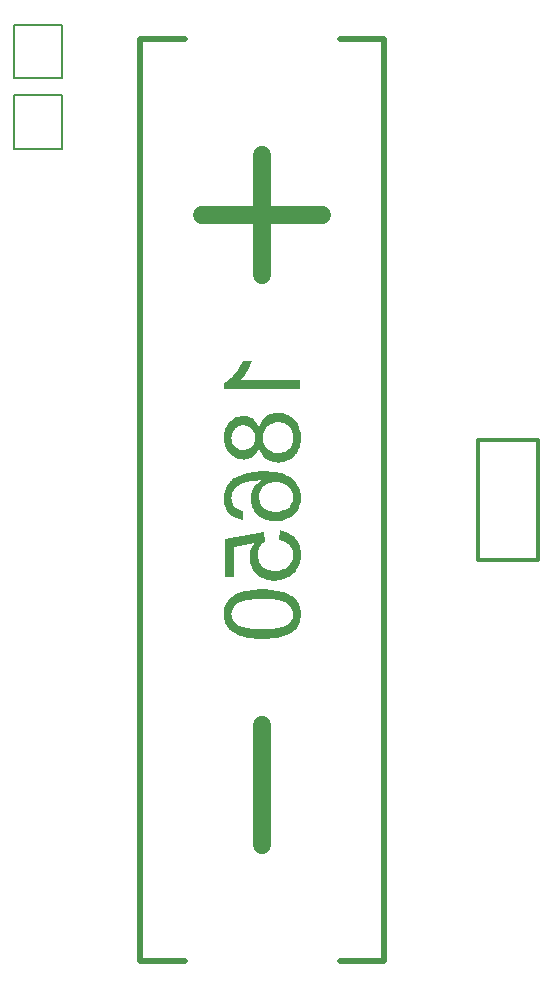
<source format=gbr>
%TF.GenerationSoftware,Altium Limited,Altium Designer,22.5.1 (42)*%
G04 Layer_Color=32896*
%FSLAX45Y45*%
%MOMM*%
%TF.SameCoordinates,B0F14D10-A82B-43C6-BF60-515EF57ECD05*%
%TF.FilePolarity,Positive*%
%TF.FileFunction,Legend,Bot*%
%TF.Part,Single*%
G01*
G75*
%TA.AperFunction,NonConductor*%
%ADD115C,0.30000*%
%ADD116C,1.50000*%
%ADD117C,0.50000*%
%ADD118C,0.20000*%
G36*
X-95811Y1161450D02*
X-102291Y1147562D01*
X-108772Y1133675D01*
X-115253Y1120713D01*
X-120808Y1109603D01*
X-125437Y1100345D01*
X-129140Y1094790D01*
X-130066Y1093864D01*
Y1092938D01*
X-140250Y1076273D01*
X-150435Y1061460D01*
X-159693Y1048499D01*
X-168025Y1038314D01*
X-174506Y1029056D01*
X-180061Y1023501D01*
X-183764Y1018872D01*
X-184690Y1017946D01*
X316184D01*
Y939251D01*
X-327268D01*
Y990171D01*
X-311529Y999430D01*
X-296716Y1009614D01*
X-281902Y1021649D01*
X-268941Y1032759D01*
X-257831Y1043869D01*
X-248573Y1052202D01*
X-245795Y1055905D01*
X-243018Y1058683D01*
X-242092Y1059608D01*
X-241166Y1060534D01*
X-225427Y1079977D01*
X-210613Y1099419D01*
X-197652Y1117936D01*
X-187468Y1136452D01*
X-178209Y1152191D01*
X-174506Y1158672D01*
X-171729Y1164227D01*
X-168951Y1168856D01*
X-168025Y1172560D01*
X-166174Y1174411D01*
Y1175337D01*
X-90256D01*
X-95811Y1161450D01*
D02*
G37*
G36*
X146757Y737420D02*
X161570Y735568D01*
X175458Y732791D01*
X189345Y729087D01*
X212491Y719829D01*
X223601Y715200D01*
X232859Y709645D01*
X242117Y704090D01*
X249524Y699461D01*
X256005Y693906D01*
X261560Y690202D01*
X266189Y686499D01*
X268966Y683722D01*
X270818Y681870D01*
X271744Y680944D01*
X281928Y669834D01*
X290261Y657798D01*
X297667Y644837D01*
X304148Y631875D01*
X308777Y619839D01*
X313406Y606878D01*
X319887Y581880D01*
X322665Y570770D01*
X324516Y560586D01*
X325442Y551328D01*
X326368Y542995D01*
X327294Y536515D01*
Y527256D01*
X326368Y509665D01*
X324516Y493926D01*
X321739Y478187D01*
X318961Y463374D01*
X314332Y450412D01*
X309703Y437451D01*
X305074Y425415D01*
X299519Y415231D01*
X293964Y405973D01*
X289335Y397640D01*
X284706Y391159D01*
X280076Y384678D01*
X277299Y380049D01*
X274521Y377272D01*
X272670Y375420D01*
X271744Y374494D01*
X260634Y364310D01*
X249524Y355052D01*
X238414Y347645D01*
X226378Y341164D01*
X215268Y334684D01*
X203233Y330054D01*
X181938Y323574D01*
X171754Y320796D01*
X162496Y318944D01*
X154164Y318019D01*
X147683Y317093D01*
X142128Y316167D01*
X137499D01*
X134721D01*
X133795D01*
X112501Y317093D01*
X93059Y320796D01*
X75468Y326351D01*
X60655Y331906D01*
X48619Y337461D01*
X39361Y343016D01*
X33806Y346719D01*
X32880Y347645D01*
X31954D01*
X17141Y360607D01*
X4179Y374494D01*
X-6005Y389308D01*
X-15263Y403195D01*
X-21744Y416157D01*
X-26373Y427267D01*
X-28225Y430970D01*
X-29151Y433747D01*
X-30077Y435599D01*
Y436525D01*
X-37483Y419860D01*
X-45816Y405973D01*
X-54148Y393937D01*
X-62481Y383753D01*
X-69887Y376346D01*
X-75442Y370791D01*
X-79146Y367088D01*
X-80997Y366162D01*
X-93959Y357829D01*
X-106921Y352274D01*
X-119882Y347645D01*
X-132844Y344868D01*
X-143028Y343016D01*
X-151360Y342090D01*
X-156915D01*
X-157841D01*
X-158767D01*
X-171729Y343016D01*
X-183764Y343942D01*
X-206910Y350423D01*
X-227278Y358755D01*
X-244869Y368013D01*
X-258757Y377272D01*
X-264312Y381901D01*
X-269867Y385604D01*
X-273570Y389308D01*
X-276347Y392085D01*
X-277273Y393011D01*
X-278199Y393937D01*
X-286532Y404121D01*
X-294864Y414305D01*
X-301345Y425415D01*
X-306900Y436525D01*
X-315232Y458745D01*
X-320787Y480965D01*
X-323565Y490223D01*
X-324491Y499481D01*
X-325416Y507814D01*
X-326342Y515220D01*
X-327268Y520775D01*
Y529108D01*
X-326342Y543921D01*
X-325416Y558734D01*
X-319861Y584658D01*
X-316158Y596693D01*
X-312455Y607803D01*
X-307826Y617988D01*
X-303196Y627246D01*
X-298567Y634653D01*
X-293938Y642059D01*
X-290235Y648540D01*
X-286532Y653169D01*
X-283754Y656872D01*
X-280977Y659650D01*
X-280051Y661502D01*
X-279125Y662427D01*
X-269867Y670760D01*
X-260608Y679092D01*
X-250424Y685573D01*
X-240240Y691128D01*
X-220798Y700386D01*
X-202281Y705941D01*
X-186542Y709645D01*
X-179135Y710571D01*
X-173580Y711496D01*
X-168025Y712422D01*
X-164322D01*
X-162470D01*
X-161545D01*
X-144880Y711496D01*
X-129140Y708719D01*
X-115253Y705016D01*
X-103217Y700386D01*
X-93959Y696683D01*
X-86552Y692980D01*
X-82849Y690202D01*
X-80997Y689276D01*
X-69887Y679092D01*
X-59703Y667982D01*
X-50445Y655947D01*
X-43038Y643911D01*
X-37483Y632801D01*
X-33780Y624468D01*
X-31928Y620765D01*
X-31002Y617988D01*
X-30077Y617062D01*
Y616136D01*
X-23596Y637430D01*
X-15263Y655021D01*
X-5079Y670760D01*
X4179Y683722D01*
X13437Y693906D01*
X20844Y701312D01*
X25473Y705016D01*
X26399Y706867D01*
X27325D01*
X43990Y717051D01*
X61581Y725384D01*
X78245Y730939D01*
X94910Y734642D01*
X109724Y736494D01*
X116204Y737420D01*
X121759D01*
X125463Y738345D01*
X129166D01*
X131018D01*
X131944D01*
X146757Y737420D01*
D02*
G37*
G36*
X46767Y242101D02*
X74542Y240249D01*
X100465Y237471D01*
X124537Y232842D01*
X145831Y228213D01*
X165273Y223584D01*
X182864Y218029D01*
X198603Y211548D01*
X211565Y205993D01*
X223601Y200438D01*
X232859Y195809D01*
X241192Y190254D01*
X247672Y186551D01*
X251376Y183773D01*
X254153Y181922D01*
X255079Y180996D01*
X268041Y168960D01*
X279151Y155998D01*
X288409Y143037D01*
X296741Y130075D01*
X304148Y116188D01*
X309703Y103226D01*
X314332Y90264D01*
X318035Y77303D01*
X320813Y66193D01*
X323590Y55083D01*
X325442Y45825D01*
X326368Y37492D01*
Y30086D01*
X327294Y25456D01*
Y20827D01*
X326368Y-467D01*
X322665Y-19909D01*
X318961Y-37500D01*
X313406Y-53239D01*
X308777Y-65275D01*
X304148Y-74533D01*
X303222Y-78237D01*
X301370Y-81014D01*
X300445Y-81940D01*
Y-82866D01*
X289335Y-98605D01*
X276373Y-113418D01*
X263411Y-125454D01*
X250450Y-135638D01*
X238414Y-143971D01*
X229156Y-149525D01*
X225452Y-151377D01*
X222675Y-153229D01*
X221749Y-154155D01*
X220823D01*
X201381Y-163413D01*
X181013Y-169894D01*
X162496Y-174523D01*
X144905Y-177300D01*
X130092Y-180078D01*
X124537D01*
X118982Y-181004D01*
X114353D01*
X111575D01*
X109724D01*
X108798D01*
X92133Y-180078D01*
X76394Y-178226D01*
X60655Y-175449D01*
X46767Y-172671D01*
X33806Y-168042D01*
X20844Y-163413D01*
X9734Y-158784D01*
X-450Y-153229D01*
X-9708Y-147674D01*
X-18041Y-143045D01*
X-24522Y-138416D01*
X-31002Y-133786D01*
X-35632Y-131009D01*
X-38409Y-128231D01*
X-40261Y-126380D01*
X-41187Y-125454D01*
X-51371Y-115270D01*
X-60629Y-104160D01*
X-68036Y-92124D01*
X-74516Y-81014D01*
X-80997Y-69904D01*
X-85626Y-58794D01*
X-92107Y-37500D01*
X-94885Y-28242D01*
X-96736Y-18983D01*
X-97662Y-11577D01*
X-98588Y-4170D01*
X-99514Y1385D01*
Y8791D01*
X-98588Y25456D01*
X-95811Y41195D01*
X-93033Y56009D01*
X-89330Y68970D01*
X-84701Y80080D01*
X-81923Y88413D01*
X-79146Y93968D01*
X-78220Y94894D01*
Y95819D01*
X-68962Y110633D01*
X-58777Y123594D01*
X-48593Y135630D01*
X-37483Y144888D01*
X-28225Y153221D01*
X-20818Y159702D01*
X-15263Y163405D01*
X-14338Y164331D01*
X-31002D01*
X-47667Y163405D01*
X-62481Y162479D01*
X-77294Y160628D01*
X-90256Y159702D01*
X-102291Y157850D01*
X-113401Y155998D01*
X-123585Y153221D01*
X-132844Y151369D01*
X-140250Y149518D01*
X-146731Y147666D01*
X-152286Y146740D01*
X-155990Y144888D01*
X-158767Y143963D01*
X-160619Y143037D01*
X-161545D01*
X-180061Y133778D01*
X-196726Y124520D01*
X-209688Y114336D01*
X-220798Y105078D01*
X-230056Y96745D01*
X-236537Y90264D01*
X-240240Y85635D01*
X-241166Y83784D01*
X-248573Y72674D01*
X-253202Y61564D01*
X-256905Y50454D01*
X-259682Y39344D01*
X-261534Y31011D01*
X-262460Y23605D01*
Y17124D01*
X-260608Y459D01*
X-256905Y-15280D01*
X-251350Y-28242D01*
X-245795Y-40278D01*
X-239314Y-49536D01*
X-233759Y-56017D01*
X-230056Y-59720D01*
X-228204Y-61572D01*
X-219872Y-68052D01*
X-209688Y-74533D01*
X-198578Y-80088D01*
X-187468Y-83792D01*
X-177284Y-87495D01*
X-168951Y-90272D01*
X-163396Y-91198D01*
X-162470Y-92124D01*
X-161545D01*
X-168025Y-170820D01*
X-193949Y-165265D01*
X-217094Y-156932D01*
X-237463Y-147674D01*
X-254128Y-137490D01*
X-267089Y-127306D01*
X-272644Y-123602D01*
X-277273Y-118973D01*
X-280051Y-116196D01*
X-282828Y-113418D01*
X-283754Y-112492D01*
X-284680Y-111566D01*
X-292087Y-102308D01*
X-298567Y-92124D01*
X-309677Y-71756D01*
X-317084Y-51388D01*
X-321713Y-31945D01*
X-325416Y-14354D01*
X-326342Y-6948D01*
Y-467D01*
X-327268Y5088D01*
Y12495D01*
X-326342Y31011D01*
X-324491Y48602D01*
X-320787Y65267D01*
X-316158Y81006D01*
X-309677Y94894D01*
X-304122Y108781D01*
X-296716Y120817D01*
X-290235Y131927D01*
X-283754Y141185D01*
X-276347Y150443D01*
X-270792Y157850D01*
X-265237Y163405D01*
X-259682Y168034D01*
X-255979Y171738D01*
X-254128Y173589D01*
X-253202Y174515D01*
X-236537Y186551D01*
X-217094Y196735D01*
X-196726Y205993D01*
X-175432Y214326D01*
X-153212Y220807D01*
X-130992Y226361D01*
X-107846Y230991D01*
X-86552Y234694D01*
X-65258Y237471D01*
X-45816Y239323D01*
X-28225Y241175D01*
X-13412Y242101D01*
X-450D01*
X8808Y243026D01*
X12512D01*
X15289D01*
X16215D01*
X17141D01*
X46767Y242101D01*
D02*
G37*
G36*
X163422Y-260625D02*
X177309Y-263403D01*
X203233Y-271735D01*
X225452Y-281919D01*
X235637Y-287474D01*
X243969Y-293029D01*
X252302Y-297658D01*
X259708Y-303213D01*
X265263Y-307842D01*
X269892Y-312472D01*
X273596Y-316175D01*
X277299Y-318027D01*
X278225Y-319878D01*
X279151Y-320804D01*
X287483Y-331914D01*
X294890Y-343024D01*
X301370Y-355060D01*
X306925Y-367096D01*
X315258Y-390241D01*
X320813Y-413387D01*
X323590Y-423571D01*
X324516Y-433755D01*
X325442Y-442088D01*
X326368Y-449494D01*
X327294Y-455975D01*
Y-464308D01*
X326368Y-483750D01*
X323590Y-502267D01*
X319887Y-519857D01*
X315258Y-535597D01*
X308777Y-550410D01*
X302296Y-564297D01*
X295816Y-577259D01*
X288409Y-588369D01*
X281002Y-598553D01*
X274521Y-607811D01*
X267115Y-615218D01*
X261560Y-621699D01*
X256931Y-626328D01*
X253227Y-630031D01*
X250450Y-631883D01*
X249524Y-632809D01*
X237488Y-642067D01*
X224527Y-649474D01*
X212491Y-656880D01*
X199529Y-662435D01*
X174532Y-671694D01*
X150460Y-677249D01*
X140276Y-679100D01*
X130092Y-680952D01*
X121759Y-681878D01*
X114353Y-682804D01*
X107872Y-683729D01*
X103243D01*
X100465D01*
X99540D01*
X82875Y-682804D01*
X67136Y-680952D01*
X51396Y-678174D01*
X37509Y-674471D01*
X24547Y-669842D01*
X11586Y-665213D01*
X476Y-659658D01*
X-9708Y-655029D01*
X-18967Y-649474D01*
X-27299Y-643919D01*
X-33780Y-639290D01*
X-40261Y-634660D01*
X-44890Y-630957D01*
X-47667Y-628180D01*
X-49519Y-626328D01*
X-50445Y-625402D01*
X-60629Y-614292D01*
X-69887Y-603182D01*
X-77294Y-591146D01*
X-83775Y-579111D01*
X-90256Y-567075D01*
X-94885Y-555039D01*
X-101366Y-532819D01*
X-104143Y-522635D01*
X-105995Y-513377D01*
X-106921Y-505044D01*
X-107846Y-497638D01*
X-108772Y-492083D01*
Y-471714D01*
X-106921Y-460604D01*
X-102291Y-438384D01*
X-95811Y-418016D01*
X-88404Y-399500D01*
X-80997Y-384686D01*
X-77294Y-378205D01*
X-74516Y-372651D01*
X-71739Y-368021D01*
X-69887Y-365244D01*
X-68962Y-363392D01*
X-68036Y-362466D01*
X-241166Y-396722D01*
Y-653177D01*
X-316158D01*
Y-334691D01*
X13437Y-272661D01*
X23621Y-346727D01*
X13437Y-353208D01*
X5105Y-361541D01*
X-3228Y-368947D01*
X-9708Y-376354D01*
X-14338Y-383760D01*
X-18967Y-389315D01*
X-20818Y-393019D01*
X-21744Y-393945D01*
X-27299Y-405980D01*
X-31928Y-418016D01*
X-34706Y-429126D01*
X-37483Y-440236D01*
X-38409Y-449494D01*
X-39335Y-456901D01*
Y-474492D01*
X-37483Y-485602D01*
X-32854Y-505044D01*
X-26373Y-521709D01*
X-19893Y-536522D01*
X-12486Y-547632D01*
X-6005Y-555965D01*
X-1376Y-560594D01*
X-450Y-562446D01*
X476D01*
X16215Y-575407D01*
X32880Y-584666D01*
X50471Y-591146D01*
X68061Y-595776D01*
X82875Y-598553D01*
X89355Y-599479D01*
X94910D01*
X99540Y-600405D01*
X103243D01*
X105095D01*
X106020D01*
X118982D01*
X131018Y-598553D01*
X154164Y-593924D01*
X173606Y-587443D01*
X189345Y-580962D01*
X202307Y-573556D01*
X212491Y-567075D01*
X215268Y-564297D01*
X218046Y-562446D01*
X218972Y-561520D01*
X219897Y-560594D01*
X227304Y-553187D01*
X233785Y-545781D01*
X244895Y-529116D01*
X252302Y-513377D01*
X256931Y-497638D01*
X260634Y-484676D01*
X261560Y-473566D01*
X262486Y-469863D01*
Y-464308D01*
X261560Y-446717D01*
X257856Y-430978D01*
X253227Y-417090D01*
X247672Y-405980D01*
X242117Y-395796D01*
X237488Y-388390D01*
X233785Y-384686D01*
X232859Y-382835D01*
X219897Y-371725D01*
X206010Y-362466D01*
X190271Y-355060D01*
X176383Y-349505D01*
X162496Y-345801D01*
X152312Y-343024D01*
X147683Y-342098D01*
X144905Y-341172D01*
X143054D01*
X142128D01*
X148609Y-258773D01*
X163422Y-260625D01*
D02*
G37*
G36*
X32880Y-757796D02*
X63432Y-759647D01*
X91207Y-762425D01*
X117130Y-767054D01*
X141202Y-771683D01*
X162496Y-777238D01*
X181938Y-782793D01*
X198603Y-788348D01*
X213417Y-793903D01*
X226378Y-800384D01*
X237488Y-805013D01*
X245821Y-809642D01*
X253227Y-814271D01*
X257856Y-817049D01*
X260634Y-818901D01*
X261560Y-819826D01*
X272670Y-830011D01*
X282854Y-841120D01*
X292112Y-853156D01*
X299519Y-865192D01*
X306000Y-877228D01*
X311555Y-889264D01*
X315258Y-901299D01*
X318961Y-912409D01*
X321739Y-923519D01*
X323590Y-933703D01*
X325442Y-942962D01*
X326368Y-950368D01*
X327294Y-956849D01*
Y-966108D01*
X325442Y-991105D01*
X321739Y-1014251D01*
X315258Y-1033693D01*
X308777Y-1050358D01*
X302296Y-1064246D01*
X298593Y-1068875D01*
X295816Y-1073504D01*
X293964Y-1077207D01*
X292112Y-1079985D01*
X290261Y-1080910D01*
Y-1081836D01*
X274521Y-1098501D01*
X257856Y-1112389D01*
X239340Y-1124424D01*
X222675Y-1133683D01*
X206936Y-1141089D01*
X200455Y-1144793D01*
X193974Y-1146644D01*
X189345Y-1148496D01*
X185642Y-1150348D01*
X183790Y-1151274D01*
X182864D01*
X168977Y-1155903D01*
X155089Y-1159606D01*
X125463Y-1165161D01*
X94910Y-1169790D01*
X65284Y-1172568D01*
X52322Y-1173493D01*
X40286Y-1174419D01*
X29176D01*
X18992Y-1175345D01*
X11586D01*
X5105D01*
X1402D01*
X476D01*
X-17115D01*
X-33780Y-1174419D01*
X-48593D01*
X-63407Y-1173493D01*
X-76368Y-1171642D01*
X-89330Y-1170716D01*
X-100440Y-1169790D01*
X-110624Y-1167938D01*
X-119882Y-1167013D01*
X-128215Y-1165161D01*
X-134695Y-1164235D01*
X-140250Y-1163309D01*
X-144880Y-1162384D01*
X-147657Y-1161458D01*
X-149509Y-1160532D01*
X-150435D01*
X-170803Y-1154977D01*
X-189319Y-1148496D01*
X-205059Y-1141089D01*
X-218946Y-1135534D01*
X-230982Y-1129054D01*
X-239314Y-1125350D01*
X-243943Y-1121647D01*
X-245795Y-1120721D01*
X-259682Y-1110537D01*
X-271718Y-1100353D01*
X-281902Y-1089243D01*
X-291161Y-1079059D01*
X-297642Y-1069801D01*
X-302271Y-1062394D01*
X-305048Y-1057765D01*
X-305974Y-1056839D01*
Y-1055913D01*
X-313381Y-1041100D01*
X-318010Y-1025361D01*
X-321713Y-1010547D01*
X-324491Y-996660D01*
X-326342Y-984624D01*
X-327268Y-974440D01*
Y-966108D01*
X-325416Y-941110D01*
X-321713Y-917964D01*
X-315232Y-898522D01*
X-308751Y-881857D01*
X-301345Y-867970D01*
X-298567Y-862415D01*
X-294864Y-857785D01*
X-293012Y-854082D01*
X-291161Y-851305D01*
X-289309Y-850379D01*
Y-849453D01*
X-274496Y-832788D01*
X-256905Y-818901D01*
X-239314Y-806865D01*
X-222649Y-797606D01*
X-206910Y-790200D01*
X-200429Y-786497D01*
X-193949Y-784645D01*
X-189319Y-782793D01*
X-185616Y-780942D01*
X-183764Y-780016D01*
X-182839D01*
X-168951Y-776312D01*
X-155064Y-772609D01*
X-124511Y-767054D01*
X-93959Y-762425D01*
X-65258Y-759647D01*
X-51371Y-758722D01*
X-39335Y-757796D01*
X-28225D01*
X-18041Y-756870D01*
X-10634D01*
X-4153D01*
X-450D01*
X476D01*
X32880Y-757796D01*
D02*
G37*
%LPC*%
G36*
X-161545Y631875D02*
X-162470D01*
X-163396D01*
X-178209Y630949D01*
X-191171Y627246D01*
X-203207Y622617D01*
X-213391Y617062D01*
X-221723Y612433D01*
X-228204Y607803D01*
X-231908Y604100D01*
X-232833Y603174D01*
X-243018Y591139D01*
X-250424Y579103D01*
X-255053Y566141D01*
X-258757Y554105D01*
X-260608Y542995D01*
X-262460Y534663D01*
Y527256D01*
X-261534Y511517D01*
X-257831Y496704D01*
X-253202Y484668D01*
X-247647Y473558D01*
X-242092Y465226D01*
X-237463Y458745D01*
X-233759Y454116D01*
X-232833Y453190D01*
X-220798Y443006D01*
X-208762Y435599D01*
X-196726Y430044D01*
X-185616Y426341D01*
X-175432Y424489D01*
X-167099Y422637D01*
X-161545D01*
X-160619D01*
X-159693D01*
X-144880Y423563D01*
X-130992Y427267D01*
X-118956Y431896D01*
X-108772Y437451D01*
X-100440Y443006D01*
X-94885Y447635D01*
X-90256Y451338D01*
X-89330Y452264D01*
X-80071Y463374D01*
X-72665Y476336D01*
X-68036Y488371D01*
X-64332Y500407D01*
X-62481Y511517D01*
X-61555Y519850D01*
X-60629Y525405D01*
Y527256D01*
X-61555Y543921D01*
X-65258Y558734D01*
X-69887Y571696D01*
X-75442Y582806D01*
X-80071Y591139D01*
X-84701Y597619D01*
X-88404Y602248D01*
X-89330Y603174D01*
X-100440Y612433D01*
X-113401Y619839D01*
X-125437Y624468D01*
X-137473Y628172D01*
X-147657Y630023D01*
X-155990Y630949D01*
X-161545Y631875D01*
D02*
G37*
G36*
X137499Y657798D02*
X133795D01*
X131944D01*
X112501Y655947D01*
X94910Y652243D01*
X79171Y646688D01*
X65284Y639282D01*
X55100Y632801D01*
X46767Y627246D01*
X42138Y623543D01*
X40286Y621691D01*
X28251Y607803D01*
X18992Y592064D01*
X12512Y577251D01*
X7882Y562438D01*
X5105Y549476D01*
X4179Y539292D01*
X3253Y535589D01*
Y530034D01*
X5105Y509665D01*
X8808Y491149D01*
X15289Y474484D01*
X21770Y460596D01*
X29176Y449487D01*
X35657Y441154D01*
X39361Y436525D01*
X41212Y434673D01*
X56026Y421712D01*
X71765Y412453D01*
X87504Y405973D01*
X101391Y401343D01*
X115279Y398566D01*
X125463Y397640D01*
X129166Y396714D01*
X131944D01*
X133795D01*
X134721D01*
X154164Y398566D01*
X172680Y402269D01*
X188419Y408750D01*
X201381Y415231D01*
X211565Y421712D01*
X219897Y428192D01*
X224527Y431896D01*
X226378Y433747D01*
X238414Y448561D01*
X247672Y463374D01*
X253227Y479113D01*
X257856Y493926D01*
X260634Y506888D01*
X261560Y517998D01*
X262486Y521701D01*
Y527256D01*
X261560Y540218D01*
X259708Y553179D01*
X256931Y565215D01*
X254153Y575399D01*
X251376Y583732D01*
X248598Y590213D01*
X246747Y593916D01*
X245821Y595768D01*
X238414Y606878D01*
X231007Y616136D01*
X222675Y624468D01*
X214342Y630949D01*
X207862Y636504D01*
X202307Y640208D01*
X197678Y642059D01*
X196752Y642985D01*
X184716Y647614D01*
X173606Y651317D01*
X162496Y654095D01*
X152312Y655947D01*
X143979Y656872D01*
X137499Y657798D01*
D02*
G37*
G36*
X115279Y152295D02*
X110650D01*
X108798D01*
X86578Y150443D01*
X67136Y146740D01*
X49545Y140259D01*
X35657Y133778D01*
X23621Y127298D01*
X15289Y120817D01*
X10660Y117114D01*
X8808Y115262D01*
X-4153Y100449D01*
X-13412Y85635D01*
X-20818Y69896D01*
X-25447Y56009D01*
X-28225Y43047D01*
X-29151Y33789D01*
X-30077Y30086D01*
Y24531D01*
X-28225Y5088D01*
X-23596Y-12503D01*
X-18041Y-27316D01*
X-10634Y-40278D01*
X-3228Y-50462D01*
X2327Y-57868D01*
X6957Y-62497D01*
X8808Y-64349D01*
X24547Y-76385D01*
X41212Y-85643D01*
X58803Y-92124D01*
X75468Y-95827D01*
X90281Y-98605D01*
X96762Y-99531D01*
X102317D01*
X106946Y-100456D01*
X110650D01*
X112501D01*
X113427D01*
X138424Y-98605D01*
X159719Y-94902D01*
X178235Y-89347D01*
X193974Y-82866D01*
X206010Y-75459D01*
X215268Y-69904D01*
X220823Y-66201D01*
X221749Y-64349D01*
X222675D01*
X230082Y-57868D01*
X235637Y-50462D01*
X245821Y-35648D01*
X252302Y-20835D01*
X257856Y-7873D01*
X260634Y4162D01*
X261560Y13421D01*
X262486Y17124D01*
Y21753D01*
X261560Y34715D01*
X259708Y46750D01*
X256005Y57860D01*
X252302Y67119D01*
X249524Y75451D01*
X245821Y81932D01*
X243969Y85635D01*
X243043Y87487D01*
X234711Y98597D01*
X226378Y107855D01*
X216194Y116188D01*
X207862Y122669D01*
X199529Y128224D01*
X193048Y131927D01*
X188419Y134704D01*
X186568Y135630D01*
X172680Y141185D01*
X158793Y144888D01*
X145831Y148592D01*
X133795Y150443D01*
X123611Y151369D01*
X115279Y152295D01*
D02*
G37*
G36*
X15289Y-837417D02*
X6957D01*
X2327D01*
X476D01*
X-28225Y-838343D01*
X-54148Y-839269D01*
X-78220Y-841120D01*
X-100440Y-843898D01*
X-119882Y-846675D01*
X-137473Y-850379D01*
X-153212Y-854082D01*
X-167099Y-857785D01*
X-179135Y-861489D01*
X-189319Y-864266D01*
X-197652Y-867970D01*
X-205059Y-870747D01*
X-209688Y-873525D01*
X-213391Y-875376D01*
X-215243Y-877228D01*
X-216168D01*
X-224501Y-883709D01*
X-231908Y-890189D01*
X-237463Y-897596D01*
X-243018Y-905003D01*
X-251350Y-919816D01*
X-256905Y-933703D01*
X-259682Y-945739D01*
X-261534Y-955923D01*
X-262460Y-959627D01*
Y-965182D01*
X-261534Y-975366D01*
X-260608Y-985550D01*
X-257831Y-994808D01*
X-254128Y-1003141D01*
X-245795Y-1018880D01*
X-236537Y-1032767D01*
X-226353Y-1042951D01*
X-218020Y-1051284D01*
X-214317Y-1054061D01*
X-211539Y-1055913D01*
X-210613Y-1057765D01*
X-209688D01*
X-198578Y-1064246D01*
X-185616Y-1069801D01*
X-170803Y-1075355D01*
X-155064Y-1079059D01*
X-138399Y-1082762D01*
X-120808Y-1085540D01*
X-85626Y-1090169D01*
X-68036Y-1092020D01*
X-52297Y-1092946D01*
X-37483Y-1093872D01*
X-25447D01*
X-14338Y-1094798D01*
X-6005D01*
X-1376D01*
X-450D01*
X476D01*
X29176D01*
X55100Y-1092946D01*
X78245Y-1091095D01*
X100465Y-1089243D01*
X118982Y-1086465D01*
X136573Y-1082762D01*
X151386Y-1079059D01*
X165273Y-1076281D01*
X176383Y-1072578D01*
X185642Y-1068875D01*
X193974Y-1066097D01*
X200455Y-1062394D01*
X205084Y-1060542D01*
X207862Y-1058691D01*
X209713Y-1056839D01*
X210639D01*
X219897Y-1049432D01*
X227304Y-1042026D01*
X234711Y-1034619D01*
X240266Y-1027212D01*
X249524Y-1011473D01*
X256005Y-997586D01*
X259708Y-984624D01*
X261560Y-975366D01*
X262486Y-971663D01*
Y-966108D01*
X261560Y-955923D01*
X260634Y-946665D01*
X254153Y-929074D01*
X245821Y-913335D01*
X236562Y-899448D01*
X227304Y-889264D01*
X218972Y-880931D01*
X212491Y-876302D01*
X211565Y-874450D01*
X210639D01*
X199529Y-867970D01*
X186568Y-862415D01*
X171754Y-856860D01*
X156015Y-853156D01*
X139350Y-849453D01*
X121759Y-846675D01*
X85652Y-842046D01*
X68987Y-840195D01*
X53248Y-839269D01*
X38435Y-838343D01*
X26399D01*
X15289Y-837417D01*
D02*
G37*
%LPD*%
D115*
X2312738Y-508000D02*
X2336000D01*
Y508000D01*
X1828000D02*
X2336000D01*
X1828000Y-508000D02*
Y508000D01*
Y-508000D02*
X2336000D01*
D116*
X33Y-2920983D02*
Y-1904984D01*
X16Y1905000D02*
Y2921000D01*
X-507984Y2413000D02*
X508016D01*
D117*
X-1032494Y-3900000D02*
Y3900000D01*
X-656442D01*
X-1032494Y-3900000D02*
X-656442D01*
X1032543Y-3899984D02*
Y3900016D01*
X656490Y-3899984D02*
X1032543D01*
X656491Y3900016D02*
X1032543Y3900016D01*
D118*
X-2100000Y2975000D02*
X-1700000D01*
Y3425000D01*
X-2100000D02*
X-1700000D01*
X-2100000Y2975000D02*
Y3425000D01*
Y3575000D02*
X-1700000D01*
Y4025000D01*
X-2100000D02*
X-1700000D01*
X-2100000Y3575000D02*
Y4025000D01*
%TF.MD5,2791491b8b6e8c0d26eefb0744ee043b*%
M02*

</source>
